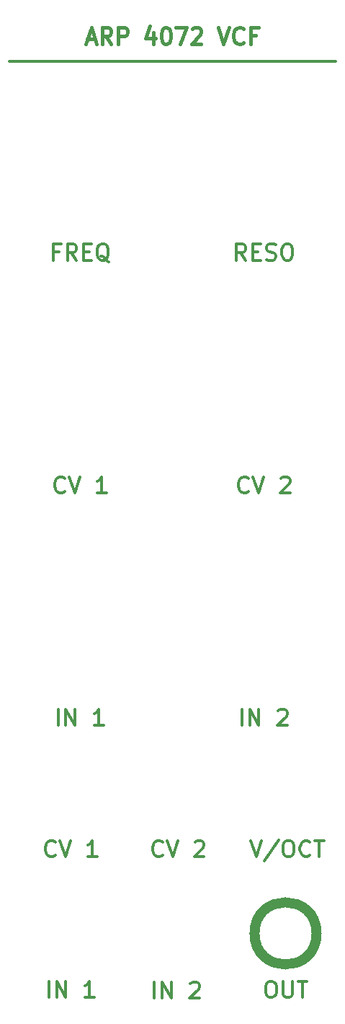
<source format=gto>
G04 #@! TF.FileFunction,Legend,Top*
%FSLAX46Y46*%
G04 Gerber Fmt 4.6, Leading zero omitted, Abs format (unit mm)*
G04 Created by KiCad (PCBNEW 4.0.6) date Tuesday, December 12, 2017 'AMt' 02:45:06 AM*
%MOMM*%
%LPD*%
G01*
G04 APERTURE LIST*
%ADD10C,0.100000*%
%ADD11C,1.200000*%
%ADD12C,0.300000*%
%ADD13C,0.400000*%
G04 APERTURE END LIST*
D10*
D11*
X120500000Y-142140000D02*
G75*
G03X120500000Y-142140000I-3650000J0D01*
G01*
D12*
X114950001Y-147759524D02*
X115311905Y-147759524D01*
X115492858Y-147850000D01*
X115673810Y-148030952D01*
X115764286Y-148392857D01*
X115764286Y-149026190D01*
X115673810Y-149388095D01*
X115492858Y-149569048D01*
X115311905Y-149659524D01*
X114950001Y-149659524D01*
X114769048Y-149569048D01*
X114588096Y-149388095D01*
X114497620Y-149026190D01*
X114497620Y-148392857D01*
X114588096Y-148030952D01*
X114769048Y-147850000D01*
X114950001Y-147759524D01*
X116578572Y-147759524D02*
X116578572Y-149297619D01*
X116669048Y-149478571D01*
X116759524Y-149569048D01*
X116940477Y-149659524D01*
X117302381Y-149659524D01*
X117483334Y-149569048D01*
X117573810Y-149478571D01*
X117664286Y-149297619D01*
X117664286Y-147759524D01*
X118297619Y-147759524D02*
X119383334Y-147759524D01*
X118840477Y-149659524D02*
X118840477Y-147759524D01*
X112752381Y-131259524D02*
X113385715Y-133159524D01*
X114019048Y-131259524D01*
X116009524Y-131169048D02*
X114380952Y-133611905D01*
X117004762Y-131259524D02*
X117366666Y-131259524D01*
X117547619Y-131350000D01*
X117728571Y-131530952D01*
X117819047Y-131892857D01*
X117819047Y-132526190D01*
X117728571Y-132888095D01*
X117547619Y-133069048D01*
X117366666Y-133159524D01*
X117004762Y-133159524D01*
X116823809Y-133069048D01*
X116642857Y-132888095D01*
X116552381Y-132526190D01*
X116552381Y-131892857D01*
X116642857Y-131530952D01*
X116823809Y-131350000D01*
X117004762Y-131259524D01*
X119719047Y-132978571D02*
X119628571Y-133069048D01*
X119357142Y-133159524D01*
X119176190Y-133159524D01*
X118904762Y-133069048D01*
X118723809Y-132888095D01*
X118633333Y-132707143D01*
X118542857Y-132345238D01*
X118542857Y-132073810D01*
X118633333Y-131711905D01*
X118723809Y-131530952D01*
X118904762Y-131350000D01*
X119176190Y-131259524D01*
X119357142Y-131259524D01*
X119628571Y-131350000D01*
X119719047Y-131440476D01*
X120261904Y-131259524D02*
X121347619Y-131259524D01*
X120804762Y-133159524D02*
X120804762Y-131259524D01*
X101426191Y-149759524D02*
X101426191Y-147859524D01*
X102330953Y-149759524D02*
X102330953Y-147859524D01*
X103416667Y-149759524D01*
X103416667Y-147859524D01*
X105678572Y-148040476D02*
X105769048Y-147950000D01*
X105950000Y-147859524D01*
X106402381Y-147859524D01*
X106583334Y-147950000D01*
X106673810Y-148040476D01*
X106764286Y-148221429D01*
X106764286Y-148402381D01*
X106673810Y-148673810D01*
X105588096Y-149759524D01*
X106764286Y-149759524D01*
X102395238Y-132978571D02*
X102304762Y-133069048D01*
X102033333Y-133159524D01*
X101852381Y-133159524D01*
X101580953Y-133069048D01*
X101400000Y-132888095D01*
X101309524Y-132707143D01*
X101219048Y-132345238D01*
X101219048Y-132073810D01*
X101309524Y-131711905D01*
X101400000Y-131530952D01*
X101580953Y-131350000D01*
X101852381Y-131259524D01*
X102033333Y-131259524D01*
X102304762Y-131350000D01*
X102395238Y-131440476D01*
X102938095Y-131259524D02*
X103571429Y-133159524D01*
X104204762Y-131259524D01*
X106195238Y-131440476D02*
X106285714Y-131350000D01*
X106466666Y-131259524D01*
X106919047Y-131259524D01*
X107100000Y-131350000D01*
X107190476Y-131440476D01*
X107280952Y-131621429D01*
X107280952Y-131802381D01*
X107190476Y-132073810D01*
X106104762Y-133159524D01*
X107280952Y-133159524D01*
X89026191Y-149659524D02*
X89026191Y-147759524D01*
X89930953Y-149659524D02*
X89930953Y-147759524D01*
X91016667Y-149659524D01*
X91016667Y-147759524D01*
X94364286Y-149659524D02*
X93278572Y-149659524D01*
X93821429Y-149659524D02*
X93821429Y-147759524D01*
X93640477Y-148030952D01*
X93459524Y-148211905D01*
X93278572Y-148302381D01*
X89795238Y-132978571D02*
X89704762Y-133069048D01*
X89433333Y-133159524D01*
X89252381Y-133159524D01*
X88980953Y-133069048D01*
X88800000Y-132888095D01*
X88709524Y-132707143D01*
X88619048Y-132345238D01*
X88619048Y-132073810D01*
X88709524Y-131711905D01*
X88800000Y-131530952D01*
X88980953Y-131350000D01*
X89252381Y-131259524D01*
X89433333Y-131259524D01*
X89704762Y-131350000D01*
X89795238Y-131440476D01*
X90338095Y-131259524D02*
X90971429Y-133159524D01*
X91604762Y-131259524D01*
X94680952Y-133159524D02*
X93595238Y-133159524D01*
X94138095Y-133159524D02*
X94138095Y-131259524D01*
X93957143Y-131530952D01*
X93776190Y-131711905D01*
X93595238Y-131802381D01*
X84400000Y-39800000D02*
X122700000Y-39800000D01*
D13*
X93552382Y-37233333D02*
X94457144Y-37233333D01*
X93371429Y-37804762D02*
X94004763Y-35804762D01*
X94638096Y-37804762D01*
X96357143Y-37804762D02*
X95723810Y-36852381D01*
X95271429Y-37804762D02*
X95271429Y-35804762D01*
X95995238Y-35804762D01*
X96176191Y-35900000D01*
X96266667Y-35995238D01*
X96357143Y-36185714D01*
X96357143Y-36471429D01*
X96266667Y-36661905D01*
X96176191Y-36757143D01*
X95995238Y-36852381D01*
X95271429Y-36852381D01*
X97171429Y-37804762D02*
X97171429Y-35804762D01*
X97895238Y-35804762D01*
X98076191Y-35900000D01*
X98166667Y-35995238D01*
X98257143Y-36185714D01*
X98257143Y-36471429D01*
X98166667Y-36661905D01*
X98076191Y-36757143D01*
X97895238Y-36852381D01*
X97171429Y-36852381D01*
X101333334Y-36471429D02*
X101333334Y-37804762D01*
X100880953Y-35709524D02*
X100428572Y-37138095D01*
X101604762Y-37138095D01*
X102690477Y-35804762D02*
X102871429Y-35804762D01*
X103052381Y-35900000D01*
X103142858Y-35995238D01*
X103233334Y-36185714D01*
X103323810Y-36566667D01*
X103323810Y-37042857D01*
X103233334Y-37423810D01*
X103142858Y-37614286D01*
X103052381Y-37709524D01*
X102871429Y-37804762D01*
X102690477Y-37804762D01*
X102509524Y-37709524D01*
X102419048Y-37614286D01*
X102328572Y-37423810D01*
X102238096Y-37042857D01*
X102238096Y-36566667D01*
X102328572Y-36185714D01*
X102419048Y-35995238D01*
X102509524Y-35900000D01*
X102690477Y-35804762D01*
X103957144Y-35804762D02*
X105223810Y-35804762D01*
X104409525Y-37804762D01*
X105857144Y-35995238D02*
X105947620Y-35900000D01*
X106128572Y-35804762D01*
X106580953Y-35804762D01*
X106761906Y-35900000D01*
X106852382Y-35995238D01*
X106942858Y-36185714D01*
X106942858Y-36376190D01*
X106852382Y-36661905D01*
X105766668Y-37804762D01*
X106942858Y-37804762D01*
X108933334Y-35804762D02*
X109566668Y-37804762D01*
X110200001Y-35804762D01*
X111919048Y-37614286D02*
X111828572Y-37709524D01*
X111557143Y-37804762D01*
X111376191Y-37804762D01*
X111104763Y-37709524D01*
X110923810Y-37519048D01*
X110833334Y-37328571D01*
X110742858Y-36947619D01*
X110742858Y-36661905D01*
X110833334Y-36280952D01*
X110923810Y-36090476D01*
X111104763Y-35900000D01*
X111376191Y-35804762D01*
X111557143Y-35804762D01*
X111828572Y-35900000D01*
X111919048Y-35995238D01*
X113366667Y-36757143D02*
X112733334Y-36757143D01*
X112733334Y-37804762D02*
X112733334Y-35804762D01*
X113638096Y-35804762D01*
D12*
X112178571Y-63159524D02*
X111545238Y-62254762D01*
X111092857Y-63159524D02*
X111092857Y-61259524D01*
X111816666Y-61259524D01*
X111997619Y-61350000D01*
X112088095Y-61440476D01*
X112178571Y-61621429D01*
X112178571Y-61892857D01*
X112088095Y-62073810D01*
X111997619Y-62164286D01*
X111816666Y-62254762D01*
X111092857Y-62254762D01*
X112992857Y-62164286D02*
X113626190Y-62164286D01*
X113897619Y-63159524D02*
X112992857Y-63159524D01*
X112992857Y-61259524D01*
X113897619Y-61259524D01*
X114621429Y-63069048D02*
X114892857Y-63159524D01*
X115345238Y-63159524D01*
X115526191Y-63069048D01*
X115616667Y-62978571D01*
X115707143Y-62797619D01*
X115707143Y-62616667D01*
X115616667Y-62435714D01*
X115526191Y-62345238D01*
X115345238Y-62254762D01*
X114983334Y-62164286D01*
X114802381Y-62073810D01*
X114711905Y-61983333D01*
X114621429Y-61802381D01*
X114621429Y-61621429D01*
X114711905Y-61440476D01*
X114802381Y-61350000D01*
X114983334Y-61259524D01*
X115435714Y-61259524D01*
X115707143Y-61350000D01*
X116883334Y-61259524D02*
X117245238Y-61259524D01*
X117426191Y-61350000D01*
X117607143Y-61530952D01*
X117697619Y-61892857D01*
X117697619Y-62526190D01*
X117607143Y-62888095D01*
X117426191Y-63069048D01*
X117245238Y-63159524D01*
X116883334Y-63159524D01*
X116702381Y-63069048D01*
X116521429Y-62888095D01*
X116430953Y-62526190D01*
X116430953Y-61892857D01*
X116521429Y-61530952D01*
X116702381Y-61350000D01*
X116883334Y-61259524D01*
X90216667Y-62164286D02*
X89583334Y-62164286D01*
X89583334Y-63159524D02*
X89583334Y-61259524D01*
X90488096Y-61259524D01*
X92297619Y-63159524D02*
X91664286Y-62254762D01*
X91211905Y-63159524D02*
X91211905Y-61259524D01*
X91935714Y-61259524D01*
X92116667Y-61350000D01*
X92207143Y-61440476D01*
X92297619Y-61621429D01*
X92297619Y-61892857D01*
X92207143Y-62073810D01*
X92116667Y-62164286D01*
X91935714Y-62254762D01*
X91211905Y-62254762D01*
X93111905Y-62164286D02*
X93745238Y-62164286D01*
X94016667Y-63159524D02*
X93111905Y-63159524D01*
X93111905Y-61259524D01*
X94016667Y-61259524D01*
X96097620Y-63340476D02*
X95916667Y-63250000D01*
X95735715Y-63069048D01*
X95464286Y-62797619D01*
X95283334Y-62707143D01*
X95102382Y-62707143D01*
X95192858Y-63159524D02*
X95011905Y-63069048D01*
X94830953Y-62888095D01*
X94740477Y-62526190D01*
X94740477Y-61892857D01*
X94830953Y-61530952D01*
X95011905Y-61350000D01*
X95192858Y-61259524D01*
X95554762Y-61259524D01*
X95735715Y-61350000D01*
X95916667Y-61530952D01*
X96007143Y-61892857D01*
X96007143Y-62526190D01*
X95916667Y-62888095D01*
X95735715Y-63069048D01*
X95554762Y-63159524D01*
X95192858Y-63159524D01*
X90895238Y-90278571D02*
X90804762Y-90369048D01*
X90533333Y-90459524D01*
X90352381Y-90459524D01*
X90080953Y-90369048D01*
X89900000Y-90188095D01*
X89809524Y-90007143D01*
X89719048Y-89645238D01*
X89719048Y-89373810D01*
X89809524Y-89011905D01*
X89900000Y-88830952D01*
X90080953Y-88650000D01*
X90352381Y-88559524D01*
X90533333Y-88559524D01*
X90804762Y-88650000D01*
X90895238Y-88740476D01*
X91438095Y-88559524D02*
X92071429Y-90459524D01*
X92704762Y-88559524D01*
X95780952Y-90459524D02*
X94695238Y-90459524D01*
X95238095Y-90459524D02*
X95238095Y-88559524D01*
X95057143Y-88830952D01*
X94876190Y-89011905D01*
X94695238Y-89102381D01*
X112495238Y-90278571D02*
X112404762Y-90369048D01*
X112133333Y-90459524D01*
X111952381Y-90459524D01*
X111680953Y-90369048D01*
X111500000Y-90188095D01*
X111409524Y-90007143D01*
X111319048Y-89645238D01*
X111319048Y-89373810D01*
X111409524Y-89011905D01*
X111500000Y-88830952D01*
X111680953Y-88650000D01*
X111952381Y-88559524D01*
X112133333Y-88559524D01*
X112404762Y-88650000D01*
X112495238Y-88740476D01*
X113038095Y-88559524D02*
X113671429Y-90459524D01*
X114304762Y-88559524D01*
X116295238Y-88740476D02*
X116385714Y-88650000D01*
X116566666Y-88559524D01*
X117019047Y-88559524D01*
X117200000Y-88650000D01*
X117290476Y-88740476D01*
X117380952Y-88921429D01*
X117380952Y-89102381D01*
X117290476Y-89373810D01*
X116204762Y-90459524D01*
X117380952Y-90459524D01*
X111726191Y-117759524D02*
X111726191Y-115859524D01*
X112630953Y-117759524D02*
X112630953Y-115859524D01*
X113716667Y-117759524D01*
X113716667Y-115859524D01*
X115978572Y-116040476D02*
X116069048Y-115950000D01*
X116250000Y-115859524D01*
X116702381Y-115859524D01*
X116883334Y-115950000D01*
X116973810Y-116040476D01*
X117064286Y-116221429D01*
X117064286Y-116402381D01*
X116973810Y-116673810D01*
X115888096Y-117759524D01*
X117064286Y-117759524D01*
X90126191Y-117759524D02*
X90126191Y-115859524D01*
X91030953Y-117759524D02*
X91030953Y-115859524D01*
X92116667Y-117759524D01*
X92116667Y-115859524D01*
X95464286Y-117759524D02*
X94378572Y-117759524D01*
X94921429Y-117759524D02*
X94921429Y-115859524D01*
X94740477Y-116130952D01*
X94559524Y-116311905D01*
X94378572Y-116402381D01*
M02*

</source>
